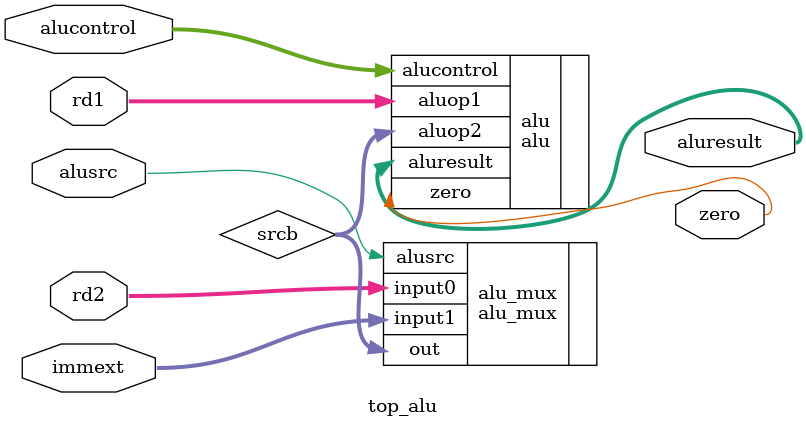
<source format=sv>
module top_alu #(
    parameter DATA_WIDTH = 32
)(
    input logic                         alusrc,
    input logic        [2:0]            alucontrol,
    input logic signed [DATA_WIDTH-1:0] rd1,    // comes from reg_file
    input logic signed [DATA_WIDTH-1:0] rd2,    // comes from reg_file
    input logic signed [DATA_WIDTH-1:0] immext,

    output logic signed [DATA_WIDTH-1:0] aluresult, // output from alu
    output logic                         zero       // zero flag
);

// output from alu_mux
logic signed [DATA_WIDTH-1:0] srcb;     

alu_mux alu_mux(
    .input0(rd2),
    .input1(immext),
    .alusrc(alusrc),

    .out(srcb)
);

alu alu(
    .aluop1(rd1),
    .aluop2(srcb),
    .alucontrol(alucontrol),

    .aluresult(aluresult),
    .zero(zero)
);
    
endmodule

</source>
